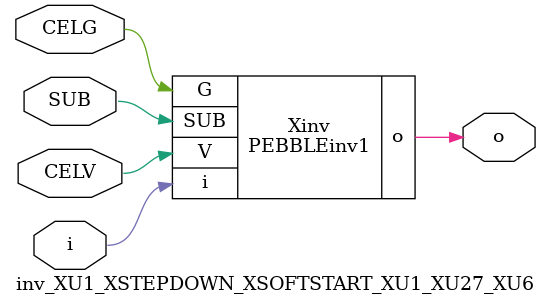
<source format=v>



module PEBBLEinv1 ( o, G, SUB, V, i );

  input V;
  input i;
  input G;
  output o;
  input SUB;
endmodule

//Celera Confidential Do Not Copy inv_XU1_XSTEPDOWN_XSOFTSTART_XU1_XU27_XU6
//Celera Confidential Symbol Generator
//5V Inverter
module inv_XU1_XSTEPDOWN_XSOFTSTART_XU1_XU27_XU6 (CELV,CELG,i,o,SUB);
input CELV;
input CELG;
input i;
input SUB;
output o;

//Celera Confidential Do Not Copy inv
PEBBLEinv1 Xinv(
.V (CELV),
.i (i),
.o (o),
.SUB (SUB),
.G (CELG)
);
//,diesize,PEBBLEinv1

//Celera Confidential Do Not Copy Module End
//Celera Schematic Generator
endmodule

</source>
